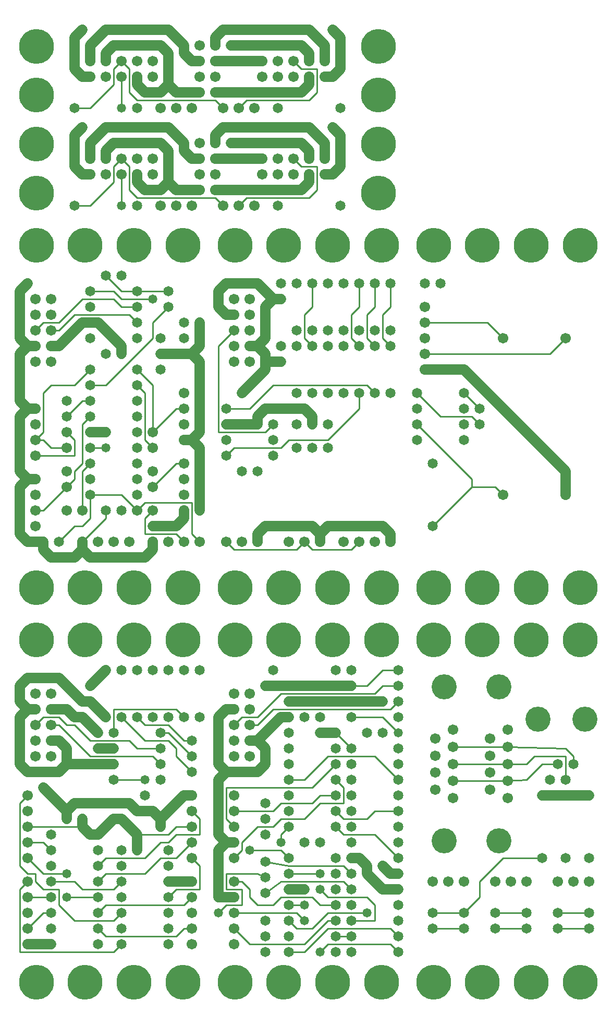
<source format=gbl>
%MOIN*%
%FSLAX25Y25*%
G04 D10 used for Character Trace; *
G04     Circle (OD=.01000) (No hole)*
G04 D11 used for Power Trace; *
G04     Circle (OD=.06500) (No hole)*
G04 D12 used for Signal Trace; *
G04     Circle (OD=.01100) (No hole)*
G04 D13 used for Via; *
G04     Circle (OD=.05800) (Round. Hole ID=.02800)*
G04 D14 used for Component hole; *
G04     Circle (OD=.06500) (Round. Hole ID=.03500)*
G04 D15 used for Component hole; *
G04     Circle (OD=.06700) (Round. Hole ID=.04300)*
G04 D16 used for Component hole; *
G04     Circle (OD=.08100) (Round. Hole ID=.05100)*
G04 D17 used for Component hole; *
G04     Circle (OD=.08900) (Round. Hole ID=.05900)*
G04 D18 used for Component hole; *
G04     Circle (OD=.11300) (Round. Hole ID=.08300)*
G04 D19 used for Component hole; *
G04     Circle (OD=.16000) (Round. Hole ID=.13000)*
G04 D20 used for Component hole; *
G04     Circle (OD=.18300) (Round. Hole ID=.15300)*
G04 D21 used for Component hole; *
G04     Circle (OD=.22291) (Round. Hole ID=.19291)*
%ADD10C,.01000*%
%ADD11C,.06500*%
%ADD12C,.01100*%
%ADD13C,.05800*%
%ADD14C,.06500*%
%ADD15C,.06700*%
%ADD16C,.08100*%
%ADD17C,.08900*%
%ADD18C,.11300*%
%ADD19C,.16000*%
%ADD20C,.18300*%
%ADD21C,.22291*%
%IPPOS*%
%LPD*%
G90*X0Y0D02*D21*X15625Y15625D03*D12*              
X5000Y35000D02*X65000D01*X70000Y40000D01*D14*D03* 
D12*X60000Y45000D02*X105000D01*X110000Y50000D01*  
X115000D01*D15*D03*Y60000D03*Y40000D03*D14*       
X100000Y60000D03*Y50000D03*D12*X60000Y65000D02*   
X110000D01*X55000Y60000D02*X60000Y65000D01*D14*   
X55000Y60000D03*D12*X40000Y55000D02*X65000D01*    
X40000D02*X30000Y65000D01*Y75000D01*X20000D01*    
X15000Y80000D01*Y85000D01*X10000D01*              
X5000Y90000D01*Y130000D01*X10000Y135000D01*D15*   
D03*Y125000D03*D13*X20000Y140000D03*D11*          
X35000Y125000D01*Y120000D01*D14*D03*D11*          
Y125000D02*X40000Y130000D01*X65000D01*D14*D03*D11*
X75000D01*X80000Y125000D01*X90000D01*             
X95000Y120000D01*Y115000D01*D14*D03*D12*          
X80000Y110000D02*X100000D01*D11*X80000Y100000D02* 
Y110000D01*D13*Y100000D03*D12*X60000Y95000D02*    
X85000D01*X55000Y90000D02*X60000Y95000D01*D14*    
X55000Y90000D03*D12*Y80000D02*X60000Y85000D01*D14*
X55000Y80000D03*D12*X60000Y85000D02*X85000D01*    
X95000Y95000D01*X105000D01*X115000Y105000D01*D15* 
D03*D12*X105000Y110000D02*X120000D01*             
X100000Y105000D02*X105000Y110000D01*              
X95000Y105000D02*X100000D01*X85000Y95000D02*      
X95000Y105000D01*D14*X100000Y80000D03*D11*        
X115000D01*D15*D03*D12*X105000Y75000D02*          
X120000D01*X100000Y70000D02*X105000Y75000D01*D14* 
X100000Y70000D03*D12*X110000Y65000D02*            
X115000Y70000D01*D15*D03*D12*X120000Y75000D02*    
Y90000D01*X115000Y95000D01*D15*D03*D12*           
X100000Y110000D02*X105000Y115000D01*X115000D01*   
D15*D03*D12*X120000Y110000D02*Y120000D01*         
X115000Y125000D01*D15*D03*Y135000D03*D11*         
X110000D01*X95000Y120000D01*D14*X85000Y135000D03* 
D11*X80000Y110000D02*X75000Y115000D01*D14*D03*D11*
X70000Y120000D01*X65000D01*D14*D03*D11*           
X55000Y110000D01*D14*D03*D11*X50000D01*           
X45000Y115000D01*D12*X10000D01*D15*D03*D12*       
X25000Y100000D02*X20000Y105000D01*D14*            
X25000Y100000D03*D12*X10000Y105000D02*X20000D01*  
D15*X10000D03*Y95000D03*D12*X20000Y85000D01*      
X35000D01*D13*D03*D12*X45000Y75000D02*            
X40000Y80000D01*X45000Y75000D02*X65000D01*        
X70000Y80000D01*D14*D03*Y90000D03*Y70000D03*      
X55000D03*D12*X35000D01*D13*D03*D14*              
X25000Y80000D03*D12*X40000D01*D14*X25000Y90000D03*
Y70000D03*D12*X10000D01*D15*D03*D12*              
X5000Y35000D02*Y75000D01*D15*X10000Y40000D03*D11* 
X25000D01*D14*D03*Y50000D03*D15*X10000D03*D12*    
X20000Y60000D01*X25000D01*D14*D03*D15*X10000D03*  
D12*X5000Y75000D02*X10000Y80000D01*D15*D03*D14*   
X25000Y110000D03*D11*X45000Y115000D02*Y120000D01* 
D14*D03*X55000Y100000D03*X70000D03*               
X65000Y145000D03*D12*X85000D01*D13*D03*D14*       
X95000Y155000D03*D12*X90000Y160000D01*X50000D01*  
X30000Y180000D01*X25000D01*D15*D03*D12*X35000D02* 
X30000Y185000D01*X35000Y180000D02*X40000D01*      
X50000Y170000D01*X75000D01*X80000Y165000D01*      
X95000D01*D14*D03*D12*X105000D02*                 
X100000Y170000D01*X105000Y160000D02*Y165000D01*   
X115000Y150000D02*X105000Y160000D01*D14*          
X115000Y150000D03*Y160000D03*D12*                 
X100000Y175000D01*X95000D01*D14*D03*D12*          
X85000Y170000D02*X100000D01*X85000D02*            
X70000Y185000D01*D14*D03*D12*X65000Y175000D02*    
Y190000D01*D14*Y175000D03*X55000Y165000D03*D11*   
X65000D01*D14*D03*D13*X55000Y175000D03*D11*       
X45000Y185000D01*X40000D01*X35000Y190000D01*      
X25000D01*D15*D03*D12*X20000Y185000D02*X30000D01* 
X15000Y180000D02*X20000Y185000D01*D15*            
X15000Y180000D03*X25000Y170000D03*D11*X30000D01*  
X35000Y165000D01*Y155000D01*X30000Y150000D01*     
X10000D01*X5000Y155000D01*Y185000D01*             
X10000Y190000D01*X15000D01*D15*D03*D11*X10000D02* 
X5000Y195000D01*Y205000D01*X10000Y210000D01*      
X30000D01*X45000Y195000D01*X50000D01*D14*D03*D11* 
X60000Y185000D01*D14*D03*D12*X65000Y190000D02*    
X105000D01*X110000Y185000D01*D14*D03*X120000D03*  
X100000D03*D12*X110000Y170000D02*                 
X100000Y180000D01*X110000Y170000D02*X115000D01*   
D14*D03*D12*X85000Y180000D02*X100000D01*X85000D02*
X80000Y185000D01*D14*D03*X90000D03*               
X110000Y215000D03*X55000Y155000D03*D11*X35000D01* 
D15*X25000Y160000D03*X15000Y170000D03*Y160000D03* 
D11*X55000Y155000D02*X65000D01*D14*D03*           
X95000Y145000D03*D15*X25000Y200000D03*X15000D03*  
D14*X50000Y205000D03*D11*X60000Y215000D01*D14*D03*
X70000D03*D21*X78125Y234375D03*D14*               
X80000Y215000D03*D21*X46875Y234375D03*D14*        
X90000Y215000D03*X100000D03*D21*X15625Y234375D03* 
X109375D03*D14*X120000Y215000D03*                 
X100000Y100000D03*Y90000D03*X70000Y60000D03*D12*  
X65000Y55000D01*D14*X70000Y50000D03*D12*          
X60000Y45000D02*X55000Y50000D01*D14*D03*Y40000D03*
D21*X46875Y15625D03*X78125D03*D14*                
X100000Y40000D03*D21*X109375Y15625D03*G90*        
X0Y2000D02*X109375Y267625D03*X78125D03*X46875D03* 
X15625D03*D11*X50000Y287000D02*X85000D01*         
X50000D02*X45000Y292000D01*X40000Y287000D01*      
X25000D01*X20000Y292000D01*Y297000D01*D14*D03*D11*
X10000D01*X5000Y302000D01*Y332000D01*             
X10000Y337000D01*X15000D01*D15*D03*D11*X10000D02* 
X5000Y342000D01*Y377000D01*X10000Y382000D01*      
X15000D01*D15*D03*D11*X10000D02*X5000Y387000D01*  
Y417000D01*X10000Y422000D01*X15000D01*D15*D03*D11*
X10000D02*X5000Y427000D01*Y457000D01*             
X10000Y462000D01*D13*D03*D15*X15000Y452000D03*    
X25000D03*X15000Y442000D03*X25000D03*D21*         
X15625Y486375D03*D12*X15000Y432000D02*            
X20000Y437000D01*D15*X15000Y432000D03*D12*        
X20000Y437000D02*X30000D01*X45000Y452000D01*      
X65000D01*X70000Y447000D01*X80000D01*D14*D03*D12* 
Y437000D02*X75000Y442000D01*D14*X80000Y437000D03* 
D12*X40000Y442000D02*X75000D01*X30000Y432000D02*  
X40000Y442000D01*X25000Y432000D02*X30000D01*D15*  
X25000D03*Y422000D03*D11*X30000D01*               
X45000Y437000D01*X50000D01*D14*D03*D11*X55000D01* 
X70000Y422000D01*Y417000D01*D14*D03*              
X80000Y407000D03*D12*X90000Y397000D01*Y367000D01* 
D15*D03*D12*X105000Y382000D01*X110000D01*D15*D03* 
Y392000D03*Y372000D03*D11*X115000Y362000D02*      
X120000Y367000D01*Y357000D02*X115000Y362000D01*   
X120000Y317000D02*Y357000D01*D13*Y317000D03*D12*  
X115000Y302000D02*Y322000D01*X120000Y297000D02*   
X115000Y302000D01*D15*X120000Y297000D03*          
X110000D03*D12*X105000Y302000D01*X85000D01*       
Y312000D01*X90000Y317000D01*D15*D03*D12*X80000D02*
X85000Y322000D01*D15*X80000Y317000D03*D12*        
X70000Y327000D01*X50000D01*D14*D03*D12*Y312000D01*
X45000Y307000D01*X40000D01*X30000Y297000D01*D14*  
D03*D15*X15000Y307000D03*D11*X45000Y292000D02*    
Y297000D01*D15*D03*D12*X60000Y312000D01*          
Y317000D01*D14*D03*X70000D03*D15*X45000D03*D12*   
Y342000D01*X50000Y347000D01*D14*D03*D12*          
X40000Y342000D02*X45000Y347000D01*                
X40000Y337000D02*Y342000D01*X35000Y332000D02*     
X40000Y337000D01*D15*X35000Y332000D03*D12*        
X20000Y317000D01*X15000D01*D15*D03*Y327000D03*    
X35000Y317000D03*Y342000D03*D12*X45000Y347000D02* 
Y372000D01*X50000Y377000D01*D14*D03*D13*          
X60000Y367000D03*D11*X50000D01*D14*D03*D13*       
X60000Y357000D03*D12*X50000D01*D14*D03*D12*       
X40000Y352000D02*Y362000D01*X15000Y352000D02*     
X40000D01*D15*X15000D03*D12*X25000Y357000D02*     
X20000Y362000D01*X25000Y357000D02*X35000D01*D15*  
D03*D12*X40000Y362000D02*X35000Y367000D01*D15*D03*
D14*Y377000D03*D12*X45000Y387000D01*X50000D01*D14*
D03*D12*Y397000D02*X60000D01*D14*X50000D03*D12*   
X60000D02*X90000Y427000D01*Y437000D01*            
X100000Y447000D01*D14*D03*X110000Y437000D03*D13*  
X90000Y452000D03*D12*X70000D01*X65000Y457000D01*  
X50000D01*D14*D03*X60000Y467000D03*D12*           
X70000Y457000D01*X80000D01*D14*D03*D12*X100000D01*
D14*D03*X120000Y437000D03*D11*Y427000D01*D14*D03* 
D11*Y422000D01*X115000Y417000D01*                 
X120000Y412000D01*Y367000D01*X110000Y362000D02*   
X115000D01*D15*X110000D03*D12*X90000Y332000D02*   
X105000Y347000D01*D15*X90000Y332000D03*D14*       
X80000Y337000D03*D12*X85000Y322000D02*X115000D01* 
D15*X110000Y327000D03*Y317000D03*D11*Y312000D01*  
X105000Y307000D01*X90000D01*D13*D03*D15*          
X100000Y297000D03*X90000D03*D11*Y292000D01*       
X85000Y287000D01*D15*X75000Y297000D03*X65000D03*  
X55000D03*D14*X80000Y327000D03*D15*               
X110000Y337000D03*D14*X50000D03*D15*              
X90000Y342000D03*X110000Y347000D03*D12*X105000D01*
D15*X90000Y357000D03*D12*X85000Y362000D01*        
Y392000D01*X80000Y397000D01*D14*D03*Y387000D03*   
X95000Y407000D03*X60000Y417000D03*X95000D03*D11*  
X115000D01*D14*X110000Y427000D03*X95000D03*       
X80000D03*Y377000D03*Y367000D03*X70000Y467000D03* 
X80000Y357000D03*X50000Y447000D03*Y427000D03*     
Y407000D03*D12*X40000Y397000D01*X25000D01*        
X20000Y392000D01*Y367000D01*X15000Y362000D01*D15* 
D03*D12*X20000D01*D15*X15000Y372000D03*D14*       
X35000Y387000D03*D15*X25000Y412000D03*X15000D03*  
D14*X80000Y347000D03*D21*X109375Y486375D03*       
X78125D03*X46875D03*G90*X0Y4000D02*D14*           
X210000Y574000D03*X170000D03*D15*X155000D03*      
X145000D03*D12*X150000Y579000D01*X190000D01*      
X195000Y584000D01*Y599000D01*X185000D01*          
X180000Y604000D01*D15*D03*X190000Y594000D03*D11*  
Y589000D01*X185000Y584000D01*X130000D01*D15*D03*  
D12*X80000Y579000D02*X130000D01*X75000Y584000D02* 
X80000Y579000D01*X75000Y599000D02*Y584000D01*     
X70000Y604000D02*X75000Y599000D01*D15*            
X70000Y604000D03*D12*X65000Y599000D01*Y589000D01* 
X50000Y574000D01*X40000D01*D14*D03*D15*           
X60000Y594000D03*X50000D03*D11*X45000D01*         
X40000Y599000D01*Y619000D01*X45000Y624000D01*D13* 
D03*D11*X50000Y614000D02*Y604000D01*D15*D03*      
X60000D03*D11*Y609000D01*X65000Y614000D01*        
X95000D01*X100000Y609000D01*Y589000D01*           
X95000Y584000D01*X85000D01*X80000Y589000D01*      
Y594000D01*D15*D03*X90000Y604000D03*Y594000D03*   
X80000Y604000D03*X70000Y594000D03*D12*Y574000D01* 
D13*D03*D14*X80000D03*D15*X95000D03*D11*          
X100000Y589000D02*X105000Y584000D01*X120000D01*   
D15*D03*X130000Y594000D03*D12*Y579000D02*         
X135000Y574000D01*D15*D03*X115000D03*             
X120000Y594000D03*X160000D03*Y604000D03*D11*      
X130000D01*D15*D03*D13*X140000Y614000D03*D11*     
X185000D01*X190000Y609000D01*Y604000D01*D15*D03*  
X200000Y594000D03*D11*X205000D01*                 
X210000Y599000D01*Y619000D01*X205000Y624000D01*   
D13*D03*D11*X190000D02*X200000Y614000D01*         
X135000Y624000D02*X190000D01*X130000Y619000D02*   
X135000Y624000D01*X130000Y619000D02*Y614000D01*   
D15*D03*X120000Y604000D03*D11*X115000D01*         
X110000Y609000D01*Y614000D01*X100000Y624000D01*   
X60000D01*X50000Y614000D01*D21*X15625Y613375D03*  
Y582125D03*D15*X105000Y574000D03*                 
X120000Y614000D03*X170000Y594000D03*Y604000D03*   
X180000Y594000D03*X200000Y604000D03*D11*          
Y614000D01*D21*X234375Y582125D03*Y613375D03*G90*  
X0Y1500D02*D14*X210000Y511500D03*X170000D03*D15*  
X155000D03*X145000D03*D12*X150000Y516500D01*      
X190000D01*X195000Y521500D01*Y536500D01*          
X185000D01*X180000Y541500D01*D15*D03*             
X190000Y531500D03*D11*Y526500D01*                 
X185000Y521500D01*X130000D01*D15*D03*D12*         
X80000Y516500D02*X130000D01*X75000Y521500D02*     
X80000Y516500D01*X75000Y536500D02*Y521500D01*     
X70000Y541500D02*X75000Y536500D01*D15*            
X70000Y541500D03*D12*X65000Y536500D01*Y526500D01* 
X50000Y511500D01*X40000D01*D14*D03*D15*           
X60000Y531500D03*X50000D03*D11*X45000D01*         
X40000Y536500D01*Y556500D01*X45000Y561500D01*D13* 
D03*D11*X50000Y551500D02*Y541500D01*D15*D03*      
X60000D03*D11*Y546500D01*X65000Y551500D01*        
X95000D01*X100000Y546500D01*Y526500D01*           
X95000Y521500D01*X85000D01*X80000Y526500D01*      
Y531500D01*D15*D03*X90000Y541500D03*Y531500D03*   
X80000Y541500D03*X70000Y531500D03*D12*Y511500D01* 
D13*D03*D14*X80000D03*D15*X95000D03*D11*          
X100000Y526500D02*X105000Y521500D01*X120000D01*   
D15*D03*X130000Y531500D03*D12*Y516500D02*         
X135000Y511500D01*D15*D03*X115000D03*             
X120000Y531500D03*X160000D03*Y541500D03*D11*      
X130000D01*D15*D03*D13*X140000Y551500D03*D11*     
X185000D01*X190000Y546500D01*Y541500D01*D15*D03*  
X200000Y531500D03*D11*X205000D01*                 
X210000Y536500D01*Y556500D01*X205000Y561500D01*   
D13*D03*D11*X190000D02*X200000Y551500D01*         
X135000Y561500D02*X190000D01*X130000Y556500D02*   
X135000Y561500D01*X130000Y556500D02*Y551500D01*   
D15*D03*X120000Y541500D03*D11*X115000D01*         
X110000Y546500D01*Y551500D01*X100000Y561500D01*   
X60000D01*X50000Y551500D01*D21*X15625Y550875D03*  
Y519625D03*D15*X105000Y511500D03*                 
X120000Y551500D03*X170000Y531500D03*Y541500D03*   
X180000Y531500D03*X200000Y541500D03*D11*          
Y551500D01*D21*X234375Y519625D03*Y550875D03*G90*  
X2000Y0D02*D13*X132000Y60000D03*D12*              
X137000Y65000D01*X147000D01*Y75000D01*X137000D01* 
Y85000D01*X157000D01*X162000Y82500D01*D14*D03*D12*
X167000Y65000D02*X172000Y70000D01*                
X157000Y65000D02*X167000D01*X157000D02*           
X152000Y70000D01*Y75000D01*X147000Y80000D01*      
X142000D01*D15*D03*D11*X132000Y70000D02*          
X142000D01*D15*D03*D11*X132000D02*Y100000D01*     
X137000Y105000D01*X142000D01*D15*D03*D12*         
Y95000D02*X147000Y100000D01*D15*X142000Y95000D03* 
D12*X147000Y100000D02*Y105000D01*                 
X157000Y115000D01*X167000D01*X172000Y120000D01*   
X187000D01*X197000Y130000D01*X212000D01*          
Y140000D01*X207000Y145000D01*D14*D03*             
X217000Y135000D03*Y155000D03*D12*                 
X192000Y130000D02*X197000Y135000D01*              
X172000Y130000D02*X192000D01*X167000Y125000D02*   
X172000Y130000D01*X142000Y125000D02*X167000D01*   
D15*X142000D03*D12*Y115000D02*X137000Y120000D01*  
D15*X142000Y115000D03*D12*X137000Y120000D02*      
Y140000D01*X192000D01*X207000Y155000D01*D14*D03*  
D12*X187000Y145000D02*X202000Y160000D01*          
X177000Y145000D02*X187000D01*D14*X177000D03*      
Y155000D03*Y135000D03*X162000Y130000D03*D11*      
X157000Y150000D02*X162000Y155000D01*              
X137000Y150000D02*X157000D01*X132000Y145000D02*   
X137000Y150000D01*X132000Y110000D02*Y145000D01*   
X137000Y105000D02*X132000Y110000D01*D13*          
X152000Y100000D03*D12*X172000D01*X177000Y95000D01*
D14*D03*D12*X162000Y92500D02*X177000Y90000D01*D14*
X162000Y92500D03*D12*Y72500D02*X172000Y80000D01*  
D14*X162000Y72500D03*D12*X172000Y80000D02*        
X212000D01*X217000Y75000D01*D14*D03*D11*          
X237000D02*X227000Y85000D01*X237000Y75000D02*     
X247000D01*D14*D03*Y85000D03*D11*X242000D01*      
X237000Y90000D01*D13*D03*D11*X227000Y85000D02*    
Y90000D01*X222000Y95000D01*X217000D01*D14*D03*D12*
Y85000D02*X212000Y90000D01*D14*X217000Y85000D03*  
D12*X177000Y90000D02*X212000D01*D14*              
X177000Y85000D03*D12*X197000D01*D13*D03*D14*      
X207000Y75000D03*Y95000D03*D13*X187000Y75000D03*  
D11*X177000D01*D14*D03*D12*X172000Y70000D02*      
X192000D01*X197000Y65000D01*X207000D01*D14*D03*   
D12*X202000Y70000D02*X227000D01*X232000Y65000D01* 
Y55000D01*X217000D01*D14*D03*X207000Y45000D03*D12*
X217000D01*D14*D03*X207000Y55000D03*D12*          
X202000D01*X187000Y40000D01*X152000D01*           
X142000Y50000D01*D15*D03*Y60000D03*D12*X182000D01*
X187000Y55000D01*D13*D03*D12*X182000Y50000D02*    
X192000D01*X182000D02*X177000Y55000D01*D14*D03*   
D13*X187000Y65000D03*D12*X177000D01*D14*D03*D12*  
X192000Y50000D02*X202000Y60000D01*X227000D01*D13* 
D03*D14*X217000Y65000D03*D12*X247000Y45000D02*    
X242000Y50000D01*D14*X247000Y45000D03*D12*        
X202000Y50000D02*X242000D01*X187000Y35000D02*     
X202000Y50000D01*X177000Y35000D02*X187000D01*D14* 
X177000D03*Y45000D03*X162000D03*Y35000D03*D21*    
X173875Y15625D03*D13*X197000Y35000D03*D12*        
X202000Y40000D01*X242000D01*X247000Y35000D01*D14* 
D03*D21*X236375Y15625D03*D14*X247000Y55000D03*    
Y65000D03*X217000Y35000D03*X207000D03*D21*        
X205125Y15625D03*D12*X202000Y70000D02*            
X197000Y75000D01*D13*D03*D14*X207000Y85000D03*    
X217000Y105000D03*X197000D03*X187000D03*D13*      
X172000D03*D12*Y110000D01*X177000Y115000D01*D14*  
D03*Y125000D03*X162000Y120000D03*Y110000D03*D12*  
X197000Y135000D02*X207000D01*D14*D03*             
X217000Y125000D03*Y145000D03*X207000Y125000D03*   
D12*X212000Y120000D01*X227000D01*                 
X232000Y125000D01*X247000D01*D14*D03*Y135000D03*  
Y115000D03*D12*Y95000D02*X232000Y110000D01*D14*   
X247000Y95000D03*Y105000D03*D12*X212000Y110000D02*
X232000D01*X212000D02*X207000Y115000D01*D14*D03*  
X217000D03*X247000Y155000D03*Y145000D03*D12*      
X232000Y160000D01*X202000D01*D14*                 
X207000Y165000D03*Y175000D03*D12*                 
X217000Y165000D01*D14*D03*X227000Y175000D03*D11*  
X197000D02*X207000D01*D13*X197000D03*D14*         
X187000Y185000D03*X197000D03*X217000Y195000D03*   
D11*X197000D01*D14*D03*D11*X177000D01*D13*D03*D12*
X157000Y185000D02*X172000Y200000D01*              
X147000Y185000D02*X157000D01*X142000Y180000D02*   
X147000Y185000D01*D15*X142000Y180000D03*          
X152000Y170000D03*D11*X157000D01*                 
X162000Y165000D01*Y155000D01*D15*                 
X152000Y160000D03*D11*X157000Y170000D02*          
X172000Y185000D01*X177000D01*D13*D03*D12*         
X157000Y180000D02*X167000Y190000D01*              
X152000Y180000D02*X157000D01*D15*X152000D03*      
X142000Y190000D03*D11*X137000D01*                 
X132000Y185000D01*Y155000D01*X137000Y150000D01*   
D15*X142000Y160000D03*Y135000D03*Y170000D03*D12*  
X167000Y190000D02*X242000D01*X247000Y195000D01*   
D14*D03*D12*X232000Y200000D02*X237000Y205000D01*  
X172000Y200000D02*X232000D01*D13*                 
X162000Y205000D03*D11*X197000D01*D14*D03*D11*     
X217000D01*D14*D03*D12*X227000D01*                
X237000Y215000D01*X247000D01*D14*D03*D12*         
X237000Y205000D02*X247000D01*D14*D03*D13*         
X237000Y195000D03*D11*X217000D01*D14*Y185000D03*  
D12*X237000D01*X247000Y175000D01*D13*D03*D14*     
Y185000D03*X237000Y175000D03*X247000Y165000D03*   
X207000Y215000D03*X217000D03*D21*                 
X236375Y234375D03*X205125D03*D14*                 
X177000Y175000D03*Y165000D03*D21*                 
X173875Y234375D03*D14*X167000Y215000D03*D15*      
X152000Y200000D03*Y190000D03*D21*                 
X142625Y234375D03*D15*X142000Y200000D03*D14*      
X162000Y55000D03*D15*X142000Y40000D03*D21*        
X142625Y15625D03*G90*X2000Y2000D02*               
X236375Y267625D03*X205125D03*X173875D03*          
X142625D03*D12*X192000Y292000D02*X217000D01*      
X192000D02*X187000Y297000D01*D15*D03*D12*         
X182000Y292000D01*X142000D01*X137000Y297000D01*   
D15*D03*X147000D03*X157000D03*D11*Y302000D01*     
X162000Y307000D01*X192000D01*X197000Y302000D01*   
Y297000D01*D15*D03*D11*Y302000D02*                
X202000Y307000D01*X237000D01*X242000Y302000D01*   
Y297000D01*D15*D03*X232000D03*X222000D03*D12*     
X217000Y292000D01*D15*X212000Y297000D03*          
X177000D03*D14*X157000Y342000D03*                 
X167000Y352000D03*X202000Y357000D03*X192000D03*   
X182000D03*D12*X142000D02*X172000D01*             
X137000Y352000D02*X142000Y357000D01*D14*          
X137000Y352000D03*X147000Y342000D03*              
X137000Y362000D03*D12*X132000Y367000D02*          
X162000D01*X167000Y372000D01*D14*D03*D12*         
X172000Y357000D02*X177000Y362000D01*X202000D01*   
X222000Y382000D01*Y392000D01*D14*D03*D12*         
X232000D02*X227000Y397000D01*D14*                 
X232000Y392000D03*D12*X167000Y397000D02*          
X227000D01*X152000Y382000D02*X167000Y397000D01*   
X137000Y382000D02*X152000D01*D14*X137000D03*D13*  
X147000Y392000D03*D11*X162000Y407000D01*          
Y412000D01*X172000D01*D14*D03*X182000Y422000D03*  
D11*X162000Y412000D02*Y417000D01*                 
X157000Y422000D01*X152000D01*D15*D03*D11*         
X157000D02*X162000Y427000D01*Y447000D01*          
X167000Y452000D01*X172000D01*D14*D03*D11*         
X167000D02*X157000Y462000D01*X137000D01*          
X132000Y457000D01*Y447000D01*X137000Y442000D01*   
X142000D01*D15*D03*X152000Y432000D03*Y452000D03*  
Y442000D03*X142000Y452000D03*Y432000D03*D12*      
X132000Y422000D01*Y367000D01*D14*                 
X137000Y372000D03*D11*X157000D01*D13*D03*D11*     
Y377000D01*X162000Y382000D01*X167000D01*D14*D03*  
D11*X187000D01*X192000Y377000D01*Y372000D01*D14*  
D03*X202000D03*X182000D03*X212000Y392000D03*      
X202000D03*X192000D03*X182000D03*                 
X167000Y362000D03*D15*X152000Y412000D03*D14*      
X242000Y422000D03*D12*X237000Y427000D01*          
Y442000D01*X242000Y447000D01*Y462000D01*D14*D03*  
X232000D03*D12*Y447000D01*X227000Y442000D01*      
Y427000D01*X232000Y422000D01*D14*D03*             
X242000Y432000D03*X222000D03*X232000D03*          
X222000Y422000D03*D12*X217000Y427000D01*          
Y442000D01*X222000Y447000D01*Y462000D01*D14*D03*  
X212000D03*X202000D03*D21*X236375Y486375D03*      
X205125D03*D14*X192000Y432000D03*X202000D03*      
X212000D03*X192000Y462000D03*D12*Y447000D01*      
X187000Y442000D01*Y427000D01*X192000Y422000D01*   
D14*D03*X182000Y432000D03*X202000Y422000D03*      
X212000D03*X172000D03*X182000Y462000D03*          
X172000D03*X242000Y392000D03*D15*                 
X142000Y422000D03*Y412000D03*D21*                 
X173875Y486375D03*X142625D03*G90*X4000Y0D02*      
X269625Y15625D03*D14*X269000Y50000D03*D12*        
X289000D01*D14*D03*Y60000D03*D12*X269000D01*D14*  
D03*D15*X289000Y80000D03*X279000D03*D12*          
X289000Y60000D02*X299000Y70000D01*Y80000D01*      
X314000Y95000D01*X339000D01*D14*D03*D15*          
X329000Y80000D03*D14*X354000Y95000D03*D15*        
X349000Y80000D03*X359000D03*X319000D03*X369000D03*
D19*X311400Y105800D03*D14*X369000Y95000D03*D15*   
X309000Y80000D03*D14*Y60000D03*D12*X329000D01*D14*
D03*Y50000D03*D12*X309000D01*D14*D03*D21*         
X300875Y15625D03*X332125D03*D15*X269000Y80000D03* 
D14*X349000Y50000D03*D12*X369000D01*D14*D03*      
Y60000D03*D12*X349000D01*D14*D03*D21*             
X363375Y15625D03*D19*X276400Y105800D03*D14*       
X369000Y135000D03*D11*X354000D01*D14*D03*D11*     
X339000D01*D14*D03*D12*X317100Y144100D02*         
X329000Y145000D01*D15*X317100Y144100D03*D12*      
X282100D01*D15*D03*Y155000D03*D12*X317100D01*D15* 
D03*D12*X329000D01*X334000Y160000D01*X354000D01*  
Y145000D01*D14*D03*X359000Y155000D03*D12*         
Y160000D01*X354000Y165000D01*X317100Y165900D01*   
D15*D03*D12*X282100D01*D15*D03*Y176800D03*        
X270800Y149600D03*Y171300D03*Y160400D03*          
X305800Y149600D03*Y160400D03*Y171300D03*          
X270800Y138700D03*X305800D03*X282100Y133200D03*   
X317100D03*Y176800D03*D19*X311400Y204200D03*      
X276400D03*D12*X329000Y145000D02*                 
X339000Y155000D01*X349000D01*D14*D03*             
X344000Y145000D03*D19*X366500Y183500D03*          
X336500D03*D21*X269625Y234375D03*X363375D03*      
X332125D03*X300875D03*G90*X4000Y2000D02*          
X269625Y267625D03*X300875D03*D14*                 
X269000Y307000D03*D12*X294000Y332000D01*          
X309000D01*X314000Y327000D01*D15*D03*D12*         
X294000Y332000D02*Y337000D01*X259000Y372000D01*   
D14*D03*Y382000D03*Y362000D03*D12*                
X274000Y377000D02*X294000D01*X299000Y372000D01*   
D14*D03*X289000Y382000D03*Y362000D03*             
X299000Y382000D03*D12*X289000Y392000D01*D14*D03*  
D12*X274000Y377000D02*X259000Y392000D01*D14*D03*  
D15*X264000Y407000D03*D11*X289000D01*             
X354000Y342000D01*Y327000D01*D15*D03*D21*         
X332125Y267625D03*X363375D03*D14*                 
X289000Y372000D03*X269000Y347000D03*D15*          
X264000Y417000D03*D12*X344000D01*                 
X354000Y427000D01*D15*D03*X314000D03*D12*         
X304000Y437000D01*X264000D01*D15*D03*Y447000D03*  
Y427000D03*D14*X274000Y462000D03*X264000D03*D21*  
X300875Y486375D03*X269625D03*X332125D03*          
X363375D03*M02*                                   

</source>
